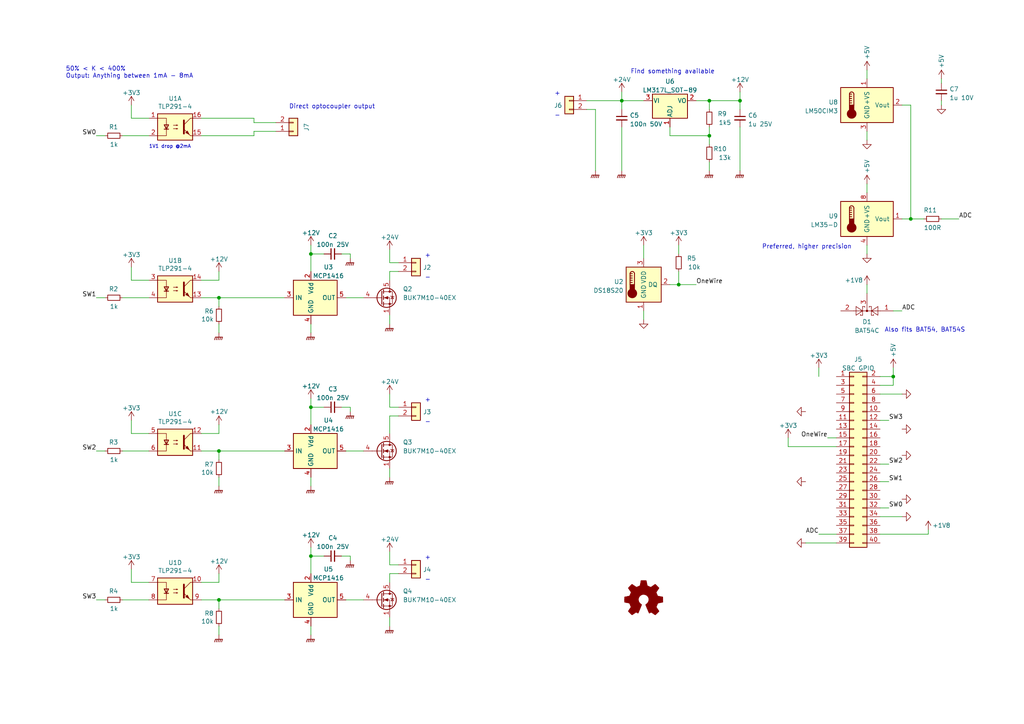
<source format=kicad_sch>
(kicad_sch (version 20211123) (generator eeschema)
  (paper "A4")
  (lib_symbols
    (symbol "Connector_Generic:Conn_01x02" (pin_names (offset 1.016) hide)
      (property "Reference" "J" (at 0 2.54 0))
      (property "Value" "Conn_01x02" (at 0 -5.08 0))
      (symbol "Conn_01x02_1_1"
        (pin passive line (at -5.08 0 0) (length 3.81) (name "Pin_1") (number "1"))
        (pin passive line (at -5.08 -2.54 0) (length 3.81) (name "Pin_2") (number "2"))
      )
    )
    (symbol "Connector_Generic:Conn_02x20_Odd_Even" (pin_names (offset 1.016) hide)
      (property "Reference" "J" (at 1.27 25.4 0))
      (property "Value" "Conn_02x20_Odd_Even" (at 1.27 -27.94 0))
      (symbol "Conn_02x20_Odd_Even_1_1"
        (pin passive line (at -5.08 22.86 0) (length 3.81) (name "Pin_1") (number "1"))
        (pin passive line (at 7.62 12.7 180) (length 3.81) (name "Pin_10") (number "10"))
        (pin passive line (at -5.08 10.16 0) (length 3.81) (name "Pin_11") (number "11"))
        (pin passive line (at 7.62 10.16 180) (length 3.81) (name "Pin_12") (number "12"))
        (pin passive line (at -5.08 7.62 0) (length 3.81) (name "Pin_13") (number "13"))
        (pin passive line (at 7.62 7.62 180) (length 3.81) (name "Pin_14") (number "14"))
        (pin passive line (at -5.08 5.08 0) (length 3.81) (name "Pin_15") (number "15"))
        (pin passive line (at 7.62 5.08 180) (length 3.81) (name "Pin_16") (number "16"))
        (pin passive line (at -5.08 2.54 0) (length 3.81) (name "Pin_17") (number "17"))
        (pin passive line (at 7.62 2.54 180) (length 3.81) (name "Pin_18") (number "18"))
        (pin passive line (at -5.08 0 0) (length 3.81) (name "Pin_19") (number "19"))
        (pin passive line (at 7.62 22.86 180) (length 3.81) (name "Pin_2") (number "2"))
        (pin passive line (at 7.62 0 180) (length 3.81) (name "Pin_20") (number "20"))
        (pin passive line (at -5.08 -2.54 0) (length 3.81) (name "Pin_21") (number "21"))
        (pin passive line (at 7.62 -2.54 180) (length 3.81) (name "Pin_22") (number "22"))
        (pin passive line (at -5.08 -5.08 0) (length 3.81) (name "Pin_23") (number "23"))
        (pin passive line (at 7.62 -5.08 180) (length 3.81) (name "Pin_24") (number "24"))
        (pin passive line (at -5.08 -7.62 0) (length 3.81) (name "Pin_25") (number "25"))
        (pin passive line (at 7.62 -7.62 180) (length 3.81) (name "Pin_26") (number "26"))
        (pin passive line (at -5.08 -10.16 0) (length 3.81) (name "Pin_27") (number "27"))
        (pin passive line (at 7.62 -10.16 180) (length 3.81) (name "Pin_28") (number "28"))
        (pin passive line (at -5.08 -12.7 0) (length 3.81) (name "Pin_29") (number "29"))
        (pin passive line (at -5.08 20.32 0) (length 3.81) (name "Pin_3") (number "3"))
        (pin passive line (at 7.62 -12.7 180) (length 3.81) (name "Pin_30") (number "30"))
        (pin passive line (at -5.08 -15.24 0) (length 3.81) (name "Pin_31") (number "31"))
        (pin passive line (at 7.62 -15.24 180) (length 3.81) (name "Pin_32") (number "32"))
        (pin passive line (at -5.08 -17.78 0) (length 3.81) (name "Pin_33") (number "33"))
        (pin passive line (at 7.62 -17.78 180) (length 3.81) (name "Pin_34") (number "34"))
        (pin passive line (at -5.08 -20.32 0) (length 3.81) (name "Pin_35") (number "35"))
        (pin passive line (at 7.62 -20.32 180) (length 3.81) (name "Pin_36") (number "36"))
        (pin passive line (at -5.08 -22.86 0) (length 3.81) (name "Pin_37") (number "37"))
        (pin passive line (at 7.62 -22.86 180) (length 3.81) (name "Pin_38") (number "38"))
        (pin passive line (at -5.08 -25.4 0) (length 3.81) (name "Pin_39") (number "39"))
        (pin passive line (at 7.62 20.32 180) (length 3.81) (name "Pin_4") (number "4"))
        (pin passive line (at 7.62 -25.4 180) (length 3.81) (name "Pin_40") (number "40"))
        (pin passive line (at -5.08 17.78 0) (length 3.81) (name "Pin_5") (number "5"))
        (pin passive line (at 7.62 17.78 180) (length 3.81) (name "Pin_6") (number "6"))
        (pin passive line (at -5.08 15.24 0) (length 3.81) (name "Pin_7") (number "7"))
        (pin passive line (at 7.62 15.24 180) (length 3.81) (name "Pin_8") (number "8"))
        (pin passive line (at -5.08 12.7 0) (length 3.81) (name "Pin_9") (number "9"))
      )
    )
    (symbol "Device:C_Small" (pin_numbers hide) (pin_names (offset 0.254) hide)
      (property "Reference" "C" (at 0.254 1.778 0))
      (property "Value" "C_Small" (at 0.254 -2.032 0))
      (symbol "C_Small_1_1"
        (pin passive line (at 0 2.54 270) (length 2.032) (name "~") (number "1"))
        (pin passive line (at 0 -2.54 90) (length 2.032) (name "~") (number "2"))
      )
    )
    (symbol "Device:R_Small" (pin_numbers hide) (pin_names (offset 0.254) hide)
      (property "Reference" "R" (at 0.762 0.508 0))
      (property "Value" "R_Small" (at 0.762 -1.016 0))
      (symbol "R_Small_1_1"
        (pin passive line (at 0 2.54 270) (length 0.762) (name "~") (number "1"))
        (pin passive line (at 0 -2.54 90) (length 0.762) (name "~") (number "2"))
      )
    )
    (symbol "Diode:BAT54C" (pin_names (offset 1.016))
      (property "Reference" "D" (at 0.635 -3.81 0))
      (property "Value" "BAT54C" (at -6.35 3.175 0))
      (symbol "BAT54C_1_1"
        (pin passive line (at -7.62 0 0) (length 3.81) (name "~") (number "1"))
        (pin passive line (at 7.62 0 180) (length 3.81) (name "~") (number "2"))
        (pin passive line (at 0 -5.08 90) (length 5.08) (name "~") (number "3"))
      )
    )
    (symbol "Driver_FET:MCP1416"
      (property "Reference" "U" (at -5.08 6.35 0))
      (property "Value" "MCP1416" (at 1.27 6.35 0))
      (symbol "MCP1416_1_1"
        (pin no_connect line (at 7.62 -2.54 180) (length 2.54) hide (name "NC") (number "1"))
        (pin power_in line (at 0 7.62 270) (length 2.54) (name "Vdd") (number "2"))
        (pin input line (at -7.62 0 0) (length 2.54) (name "IN") (number "3"))
        (pin power_in line (at 0 -7.62 90) (length 2.54) (name "GND") (number "4"))
        (pin output line (at 10.16 0 180) (length 2.54) (name "OUT") (number "5"))
      )
    )
    (symbol "Graphic:Logo_Open_Hardware_Small" (pin_names (offset 1.016)))
    (symbol "Isolator:TLP291-4"
      (property "Reference" "U" (at -5.08 5.08 0))
      (property "Value" "TLP291-4" (at 0 5.08 0))
      (symbol "TLP291-4_1_1"
        (pin passive line (at -7.62 2.54 0) (length 2.54) (name "~") (number "1"))
        (pin passive line (at 7.62 -2.54 180) (length 2.54) (name "~") (number "15"))
        (pin passive line (at 7.62 2.54 180) (length 2.54) (name "~") (number "16"))
        (pin passive line (at -7.62 -2.54 0) (length 2.54) (name "~") (number "2"))
      )
      (symbol "TLP291-4_2_1"
        (pin passive line (at 7.62 -2.54 180) (length 2.54) (name "~") (number "13"))
        (pin passive line (at 7.62 2.54 180) (length 2.54) (name "~") (number "14"))
        (pin passive line (at -7.62 2.54 0) (length 2.54) (name "~") (number "3"))
        (pin passive line (at -7.62 -2.54 0) (length 2.54) (name "~") (number "4"))
      )
      (symbol "TLP291-4_3_1"
        (pin passive line (at 7.62 -2.54 180) (length 2.54) (name "~") (number "11"))
        (pin passive line (at 7.62 2.54 180) (length 2.54) (name "~") (number "12"))
        (pin passive line (at -7.62 2.54 0) (length 2.54) (name "~") (number "5"))
        (pin passive line (at -7.62 -2.54 0) (length 2.54) (name "~") (number "6"))
      )
      (symbol "TLP291-4_4_1"
        (pin passive line (at 7.62 2.54 180) (length 2.54) (name "~") (number "10"))
        (pin passive line (at -7.62 2.54 0) (length 2.54) (name "~") (number "7"))
        (pin passive line (at -7.62 -2.54 0) (length 2.54) (name "~") (number "8"))
        (pin passive line (at 7.62 -2.54 180) (length 2.54) (name "~") (number "9"))
      )
    )
    (symbol "Regulator_Linear:LM317L_SOT-89" (pin_names (offset 0.254))
      (property "Reference" "U" (at -3.81 3.175 0))
      (property "Value" "LM317L_SOT-89" (at 0 3.175 0))
      (symbol "LM317L_SOT-89_1_1"
        (pin input line (at 0 -7.62 90) (length 2.54) (name "ADJ") (number "1"))
        (pin power_out line (at 7.62 0 180) (length 2.54) (name "VO") (number "2"))
        (pin power_in line (at -7.62 0 0) (length 2.54) (name "VI") (number "3"))
      )
    )
    (symbol "Sensor_Temperature:DS18S20" (pin_names (offset 1.016))
      (property "Reference" "U" (at -3.81 6.35 0))
      (property "Value" "DS18S20" (at 6.35 6.35 0))
      (symbol "DS18S20_1_1"
        (pin power_in line (at 0 -7.62 90) (length 2.54) (name "GND") (number "1"))
        (pin bidirectional line (at 7.62 0 180) (length 2.54) (name "DQ") (number "2"))
        (pin power_in line (at 0 7.62 270) (length 2.54) (name "VDD") (number "3"))
      )
    )
    (symbol "Sensor_Temperature:LM35-D" (pin_names (offset 1.016))
      (property "Reference" "U" (at -6.35 6.35 0))
      (property "Value" "LM35-D" (at 1.27 6.35 0))
      (symbol "LM35-D_1_1"
        (pin output line (at 10.16 0 180) (length 2.54) (name "Vout") (number "1"))
        (pin no_connect line (at -2.54 -7.62 90) (length 2.54) hide (name "NC") (number "2"))
        (pin no_connect line (at -2.54 7.62 270) (length 2.54) hide (name "NC") (number "3"))
        (pin power_in line (at 0 -7.62 90) (length 2.54) (name "GND") (number "4"))
        (pin no_connect line (at 2.54 -7.62 90) (length 2.54) hide (name "NC") (number "5"))
        (pin no_connect line (at 5.08 -7.62 90) (length 2.54) hide (name "NC") (number "6"))
        (pin no_connect line (at 10.16 2.54 180) (length 2.54) hide (name "NC") (number "7"))
        (pin power_in line (at 0 7.62 270) (length 2.54) (name "+VS") (number "8"))
      )
    )
    (symbol "Sensor_Temperature:LM35-LP" (pin_names (offset 1.016))
      (property "Reference" "U" (at -6.35 6.35 0))
      (property "Value" "LM35-LP" (at 1.27 6.35 0))
      (symbol "LM35-LP_1_1"
        (pin power_in line (at 0 7.62 270) (length 2.54) (name "+VS") (number "1"))
        (pin output line (at 10.16 0 180) (length 2.54) (name "Vout") (number "2"))
        (pin power_in line (at 0 -7.62 90) (length 2.54) (name "GND") (number "3"))
      )
    )
    (symbol "Transistor_FET:BUK7M10-40EX" (pin_names hide)
      (property "Reference" "Q" (at 5.08 1.905 0))
      (property "Value" "BUK7M10-40EX" (at 5.08 0 0))
      (symbol "BUK7M10-40EX_1_1"
        (pin passive line (at 2.54 -5.08 90) (length 2.54) (name "S") (number "1"))
        (pin passive line (at 2.54 -5.08 90) (length 2.54) hide (name "S") (number "2"))
        (pin passive line (at 2.54 -5.08 90) (length 2.54) hide (name "S") (number "3"))
        (pin passive line (at -5.08 0 0) (length 2.54) (name "G") (number "4"))
        (pin passive line (at 2.54 5.08 270) (length 2.54) (name "D") (number "5"))
      )
    )
    (symbol "power:+12V" (power) (pin_names (offset 0))
      (property "Value" "+12V" (at 0 3.556 0))
      (symbol "+12V_1_1"
        (pin power_in line (at 0 0 90) (length 0) hide (name "+12V") (number "1"))
      )
    )
    (symbol "power:+1V8" (power) (pin_names (offset 0))
      (property "Value" "+1V8" (at 0 3.556 0))
      (symbol "+1V8_1_1"
        (pin power_in line (at 0 0 90) (length 0) hide (name "+1V8") (number "1"))
      )
    )
    (symbol "power:+24V" (power) (pin_names (offset 0))
      (property "Value" "+24V" (at 0 3.556 0))
      (symbol "+24V_1_1"
        (pin power_in line (at 0 0 90) (length 0) hide (name "+24V") (number "1"))
      )
    )
    (symbol "power:+3V3" (power) (pin_names (offset 0))
      (property "Value" "+3V3" (at 0 3.556 0))
      (symbol "+3V3_1_1"
        (pin power_in line (at 0 0 90) (length 0) hide (name "+3V3") (number "1"))
      )
    )
    (symbol "power:+5V" (power) (pin_names (offset 0))
      (property "Value" "+5V" (at 0 3.556 0))
      (symbol "+5V_1_1"
        (pin power_in line (at 0 0 90) (length 0) hide (name "+5V") (number "1"))
      )
    )
    (symbol "power:GND" (power) (pin_names (offset 0))
      (property "Value" "GND" (at 0 -3.81 0))
      (symbol "GND_1_1"
        (pin power_in line (at 0 0 270) (length 0) hide (name "GND") (number "1"))
      )
    )
    (symbol "power:GNDPWR" (power) (pin_names (offset 0))
      (property "Value" "GNDPWR" (at 0 -3.302 0))
      (symbol "GNDPWR_1_1"
        (pin power_in line (at 0 0 270) (length 0) hide (name "GNDPWR") (number "1"))
      )
    )
  )
  (junction (at 205.74 29.21))
  (junction (at 214.63 29.21))
  (junction (at 196.85 82.55))
  (junction (at 90.17 73.66))
  (junction (at 180.34 29.21))
  (junction (at 63.5 130.81))
  (junction (at 90.17 118.11))
  (junction (at 90.17 161.29))
  (junction (at 63.5 86.36))
  (junction (at 63.5 173.99))
  (junction (at 259.08 109.22))
  (junction (at 205.74 39.37))
  (junction (at 264.16 63.5))
  (wire (pts (xy 90.17 93.98) (xy 90.17 96.52)))
  (wire (pts (xy 63.5 86.36) (xy 82.55 86.36)))
  (wire (pts (xy 115.57 76.2) (xy 113.03 76.2)))
  (wire (pts (xy 101.6 74.93) (xy 101.6 73.66)))
  (wire (pts (xy 99.06 73.66) (xy 101.6 73.66)))
  (wire (pts (xy 43.18 168.91) (xy 38.1 168.91)))
  (wire (pts (xy 255.27 149.86) (xy 261.62 149.86)))
  (wire (pts (xy 90.17 158.75) (xy 90.17 161.29)))
  (wire (pts (xy 196.85 78.74) (xy 196.85 82.55)))
  (wire (pts (xy 255.27 154.94) (xy 269.24 154.94)))
  (wire (pts (xy 214.63 29.21) (xy 214.63 31.75)))
  (wire (pts (xy 63.5 138.43) (xy 63.5 140.97)))
  (wire (pts (xy 113.03 114.3) (xy 113.03 118.11)))
  (wire (pts (xy 228.6 129.54) (xy 242.57 129.54)))
  (wire (pts (xy 255.27 109.22) (xy 259.08 109.22)))
  (wire (pts (xy 113.03 166.37) (xy 115.57 166.37)))
  (wire (pts (xy 261.62 63.5) (xy 264.16 63.5)))
  (wire (pts (xy 180.34 29.21) (xy 180.34 31.75)))
  (wire (pts (xy 170.18 29.21) (xy 180.34 29.21)))
  (wire (pts (xy 194.31 36.83) (xy 194.31 39.37)))
  (wire (pts (xy 90.17 181.61) (xy 90.17 184.15)))
  (wire (pts (xy 273.05 63.5) (xy 278.13 63.5)))
  (wire (pts (xy 63.5 88.9) (xy 63.5 86.36)))
  (wire (pts (xy 237.49 154.94) (xy 242.57 154.94)))
  (wire (pts (xy 113.03 166.37) (xy 113.03 168.91)))
  (wire (pts (xy 196.85 82.55) (xy 201.93 82.55)))
  (wire (pts (xy 170.18 31.75) (xy 172.72 31.75)))
  (wire (pts (xy 43.18 34.29) (xy 38.1 34.29)))
  (wire (pts (xy 259.08 90.17) (xy 261.62 90.17)))
  (wire (pts (xy 255.27 114.3) (xy 261.62 114.3)))
  (wire (pts (xy 58.42 39.37) (xy 73.66 39.37)))
  (wire (pts (xy 205.74 39.37) (xy 205.74 41.91)))
  (wire (pts (xy 113.03 72.39) (xy 113.03 76.2)))
  (wire (pts (xy 242.57 157.48) (xy 233.68 157.48)))
  (wire (pts (xy 30.48 130.81) (xy 27.94 130.81)))
  (wire (pts (xy 63.5 123.19) (xy 63.5 125.73)))
  (wire (pts (xy 205.74 36.83) (xy 205.74 39.37)))
  (wire (pts (xy 90.17 161.29) (xy 93.98 161.29)))
  (wire (pts (xy 101.6 119.38) (xy 101.6 118.11)))
  (wire (pts (xy 186.69 71.12) (xy 186.69 74.93)))
  (wire (pts (xy 101.6 162.56) (xy 101.6 161.29)))
  (wire (pts (xy 90.17 138.43) (xy 90.17 140.97)))
  (wire (pts (xy 43.18 81.28) (xy 38.1 81.28)))
  (wire (pts (xy 90.17 161.29) (xy 90.17 166.37)))
  (wire (pts (xy 63.5 78.74) (xy 63.5 81.28)))
  (wire (pts (xy 38.1 81.28) (xy 38.1 77.47)))
  (wire (pts (xy 58.42 125.73) (xy 63.5 125.73)))
  (wire (pts (xy 255.27 111.76) (xy 259.08 111.76)))
  (wire (pts (xy 113.03 120.65) (xy 113.03 125.73)))
  (wire (pts (xy 196.85 71.12) (xy 196.85 73.66)))
  (wire (pts (xy 255.27 147.32) (xy 257.81 147.32)))
  (wire (pts (xy 63.5 173.99) (xy 82.55 173.99)))
  (wire (pts (xy 113.03 120.65) (xy 115.57 120.65)))
  (wire (pts (xy 80.01 38.1) (xy 73.66 38.1)))
  (wire (pts (xy 99.06 161.29) (xy 101.6 161.29)))
  (wire (pts (xy 264.16 63.5) (xy 267.97 63.5)))
  (wire (pts (xy 113.03 135.89) (xy 113.03 138.43)))
  (wire (pts (xy 115.57 118.11) (xy 113.03 118.11)))
  (wire (pts (xy 35.56 86.36) (xy 43.18 86.36)))
  (wire (pts (xy 259.08 106.68) (xy 259.08 109.22)))
  (wire (pts (xy 63.5 133.35) (xy 63.5 130.81)))
  (wire (pts (xy 43.18 125.73) (xy 38.1 125.73)))
  (wire (pts (xy 90.17 73.66) (xy 90.17 78.74)))
  (wire (pts (xy 255.27 139.7) (xy 257.81 139.7)))
  (wire (pts (xy 30.48 173.99) (xy 27.94 173.99)))
  (wire (pts (xy 259.08 111.76) (xy 259.08 109.22)))
  (wire (pts (xy 73.66 38.1) (xy 73.66 39.37)))
  (wire (pts (xy 180.34 29.21) (xy 180.34 26.67)))
  (wire (pts (xy 261.62 30.48) (xy 264.16 30.48)))
  (wire (pts (xy 30.48 39.37) (xy 27.94 39.37)))
  (wire (pts (xy 35.56 130.81) (xy 43.18 130.81)))
  (wire (pts (xy 186.69 29.21) (xy 180.34 29.21)))
  (wire (pts (xy 90.17 115.57) (xy 90.17 118.11)))
  (wire (pts (xy 214.63 26.67) (xy 214.63 29.21)))
  (wire (pts (xy 63.5 93.98) (xy 63.5 96.52)))
  (wire (pts (xy 194.31 82.55) (xy 196.85 82.55)))
  (wire (pts (xy 58.42 34.29) (xy 73.66 34.29)))
  (wire (pts (xy 90.17 71.12) (xy 90.17 73.66)))
  (wire (pts (xy 194.31 39.37) (xy 205.74 39.37)))
  (wire (pts (xy 90.17 73.66) (xy 93.98 73.66)))
  (wire (pts (xy 201.93 29.21) (xy 205.74 29.21)))
  (wire (pts (xy 99.06 118.11) (xy 101.6 118.11)))
  (wire (pts (xy 58.42 81.28) (xy 63.5 81.28)))
  (wire (pts (xy 30.48 86.36) (xy 27.94 86.36)))
  (wire (pts (xy 63.5 166.37) (xy 63.5 168.91)))
  (wire (pts (xy 105.41 173.99) (xy 100.33 173.99)))
  (wire (pts (xy 58.42 86.36) (xy 63.5 86.36)))
  (wire (pts (xy 63.5 130.81) (xy 82.55 130.81)))
  (wire (pts (xy 251.46 71.12) (xy 251.46 73.66)))
  (wire (pts (xy 251.46 20.32) (xy 251.46 22.86)))
  (wire (pts (xy 38.1 125.73) (xy 38.1 121.92)))
  (wire (pts (xy 180.34 36.83) (xy 180.34 49.53)))
  (wire (pts (xy 58.42 168.91) (xy 63.5 168.91)))
  (wire (pts (xy 73.66 35.56) (xy 73.66 34.29)))
  (wire (pts (xy 105.41 130.81) (xy 100.33 130.81)))
  (wire (pts (xy 90.17 118.11) (xy 93.98 118.11)))
  (wire (pts (xy 105.41 86.36) (xy 100.33 86.36)))
  (wire (pts (xy 113.03 160.02) (xy 113.03 163.83)))
  (wire (pts (xy 113.03 78.74) (xy 113.03 81.28)))
  (wire (pts (xy 251.46 38.1) (xy 251.46 40.64)))
  (wire (pts (xy 251.46 82.55) (xy 251.46 85.09)))
  (wire (pts (xy 115.57 163.83) (xy 113.03 163.83)))
  (wire (pts (xy 38.1 34.29) (xy 38.1 30.48)))
  (wire (pts (xy 255.27 121.92) (xy 257.81 121.92)))
  (wire (pts (xy 35.56 39.37) (xy 43.18 39.37)))
  (wire (pts (xy 273.05 30.48) (xy 273.05 29.21)))
  (wire (pts (xy 237.49 109.22) (xy 237.49 106.68)))
  (wire (pts (xy 35.56 173.99) (xy 43.18 173.99)))
  (wire (pts (xy 63.5 176.53) (xy 63.5 173.99)))
  (wire (pts (xy 205.74 29.21) (xy 214.63 29.21)))
  (wire (pts (xy 255.27 134.62) (xy 257.81 134.62)))
  (wire (pts (xy 251.46 53.34) (xy 251.46 55.88)))
  (wire (pts (xy 186.69 90.17) (xy 186.69 92.71)))
  (wire (pts (xy 273.05 24.13) (xy 273.05 22.86)))
  (wire (pts (xy 80.01 35.56) (xy 73.66 35.56)))
  (wire (pts (xy 205.74 46.99) (xy 205.74 49.53)))
  (wire (pts (xy 38.1 168.91) (xy 38.1 165.1)))
  (wire (pts (xy 113.03 91.44) (xy 113.03 93.98)))
  (wire (pts (xy 58.42 130.81) (xy 63.5 130.81)))
  (wire (pts (xy 113.03 78.74) (xy 115.57 78.74)))
  (wire (pts (xy 113.03 179.07) (xy 113.03 181.61)))
  (wire (pts (xy 90.17 118.11) (xy 90.17 123.19)))
  (wire (pts (xy 58.42 173.99) (xy 63.5 173.99)))
  (wire (pts (xy 228.6 129.54) (xy 228.6 127)))
  (wire (pts (xy 172.72 49.53) (xy 172.72 31.75)))
  (wire (pts (xy 269.24 154.94) (xy 269.24 153.67)))
  (wire (pts (xy 240.03 127) (xy 242.57 127)))
  (wire (pts (xy 214.63 36.83) (xy 214.63 49.53)))
  (wire (pts (xy 205.74 29.21) (xy 205.74 31.75)))
  (wire (pts (xy 264.16 30.48) (xy 264.16 63.5)))
  (wire (pts (xy 63.5 181.61) (xy 63.5 184.15)))
  (image (at 330.2 135.89))
  (text "-" (at 123.19 168.91 0) (effects (font (size 1.27 1.27)) (justify left bottom)))
  (text "+" (at 162.56 27.94 180) (effects (font (size 1.27 1.27)) (justify right bottom)))
  (text "Direct optocoupler output" (at 83.82 31.75 0) (effects (font (size 1.27 1.27)) (justify left bottom)))
  (text "Also fits BAT54, BAT54S" (at 256.54 96.52 0) (effects (font (size 1.27 1.27)) (justify left bottom)))
  (text "Find something available" (at 182.88 21.59 0) (effects (font (size 1.27 1.27)) (justify left bottom)))
  (text "-" (at 123.19 81.28 0) (effects (font (size 1.27 1.27)) (justify left bottom)))
  (text "-" (at 162.56 34.29 180) (effects (font (size 1.27 1.27)) (justify right bottom)))
  (text "1V1 drop @2mA" (at 43.18 43.18 0) (effects (font (size 1 1)) (justify left bottom)))
  (text "+" (at 123.19 74.93 0) (effects (font (size 1.27 1.27)) (justify left bottom)))
  (text "Preferred, higher precision" (at 220.98 72.39 0) (effects (font (size 1.27 1.27)) (justify left bottom)))
  (text "+" (at 123.19 162.56 0) (effects (font (size 1.27 1.27)) (justify left bottom)))
  (text "-" (at 123.19 123.19 0) (effects (font (size 1.27 1.27)) (justify left bottom)))
  (text "50% < K < 400%\nOutput: Anything between 1mA - 8mA" (at 19.05 22.86 0) (effects (font (size 1.27 1.27)) (justify left bottom)))
  (text "+" (at 123.19 116.84 0) (effects (font (size 1.27 1.27)) (justify left bottom)))
  (label "SW2" (at 27.94 130.81 180))
  (label "SW3" (at 257.81 121.92 0))
  (label "SW2" (at 257.81 134.62 0))
  (label "OneWire" (at 201.93 82.55 0))
  (label "SW1" (at 27.94 86.36 180))
  (label "OneWire" (at 240.03 127 180))
  (label "ADC" (at 278.13 63.5 0))
  (label "SW3" (at 27.94 173.99 180))
  (label "SW1" (at 257.81 139.7 0))
  (label "SW0" (at 27.94 39.37 180))
  (label "SW0" (at 257.81 147.32 0))
  (label "ADC" (at 261.62 90.17 0))
  (label "ADC" (at 237.49 154.94 180))
  (symbol (lib_id "Driver_FET:MCP1416") (at 90.17 86.36 0) (unit 1)
    (property "Reference" "U3" (at 95.25 77.47 0))
    (property "Value" "MCP1416" (at 95.25 80.01 0))
    (property "Footprint" "Package_TO_SOT_SMD:SOT-23-5" (effects hide))
    (property "Datasheet" "http://ww1.microchip.com/downloads/en/DeviceDoc/20002092F.pdf" (effects hide))
  )
  (symbol (lib_id "Driver_FET:MCP1416") (at 90.17 173.99 0) (unit 1)
    (property "Reference" "U5" (at 95.25 165.1 0))
    (property "Value" "MCP1416" (at 95.25 167.64 0))
    (property "Footprint" "Package_TO_SOT_SMD:SOT-23-5" (effects hide))
    (property "Datasheet" "http://ww1.microchip.com/downloads/en/DeviceDoc/20002092F.pdf" (effects hide))
  )
  (symbol (lib_id "Isolator:TLP291-4") (at 50.8 83.82 0) (unit 2)
    (property "Reference" "U1" (at 50.8 75.565 0))
    (property "Value" "TLP291-4" (at 50.8 77.8764 0))
    (property "Footprint" "Package_SO:SOIC-16_4.55x10.3mm_P1.27mm" (effects hide))
    (property "Datasheet" "https://toshiba.semicon-storage.com/info/docget.jsp?did=12858&prodName=TLP291-4" (effects hide))
  )
  (symbol (lib_id "power:+12V") (at 90.17 158.75 0) (unit 1)
    (property "Reference" "#PWR0131" (effects hide))
    (property "Value" "+12V" (at 90.17 155.1742 0))
  )
  (symbol (lib_id "power:GND") (at 261.62 124.46 90) (unit 1)
    (property "Reference" "#PWR014" (effects hide))
    (property "Value" "GND" (effects hide))
  )
  (symbol (lib_id "power:GND") (at 261.62 149.86 90) (unit 1)
    (property "Reference" "#PWR017" (effects hide))
    (property "Value" "GND" (effects hide))
  )
  (symbol (lib_id "power:+5V") (at 259.08 106.68 0) (mirror y) (unit 1)
    (property "Reference" "#PWR0105" (effects hide))
    (property "Value" "+5V" (at 259.08 101.6 90))
  )
  (symbol (lib_id "Device:C_Small") (at 214.63 34.29 0) (unit 1)
    (property "Reference" "C6" (at 216.9541 33.4616 0) (effects (justify left)))
    (property "Value" "1u 25V" (at 216.9541 35.9985 0) (effects (justify left)))
    (property "Footprint" "Capacitor_SMD:C_0603_1608Metric" (effects hide))
  )
  (symbol (lib_id "Device:R_Small") (at 63.5 91.44 0) (mirror y) (unit 1)
    (property "Reference" "R6" (at 62.0014 90.2716 0) (effects (justify left)))
    (property "Value" "10k" (at 62.0014 92.583 0) (effects (justify left)))
    (property "Footprint" "Resistor_SMD:R_0603_1608Metric" (effects hide))
  )
  (symbol (lib_id "power:GND") (at 233.68 139.7 270) (unit 1)
    (property "Reference" "#PWR09" (effects hide))
    (property "Value" "GND" (effects hide))
  )
  (symbol (lib_id "Device:R_Small") (at 205.74 34.29 180) (unit 1)
    (property "Reference" "R9" (at 210.82 33.02 0) (effects (justify left)))
    (property "Value" "1k5" (at 212.09 35.56 0) (effects (justify left)))
    (property "Footprint" "Resistor_SMD:R_0603_1608Metric" (effects hide))
  )
  (symbol (lib_id "Connector_Generic:Conn_01x02") (at 120.65 163.83 0) (unit 1)
    (property "Reference" "J4" (at 122.682 165.2016 0) (effects (justify left)))
    (property "Value" "Conn_01x02" (effects hide))
    (property "Footprint" "TerminalBlock:TerminalBlock_Altech_AK300-2_P5.00mm" (effects hide))
  )
  (symbol (lib_id "Device:R_Small") (at 205.74 44.45 180) (unit 1)
    (property "Reference" "R10" (at 210.82 43.18 0) (effects (justify left)))
    (property "Value" "13k" (at 212.09 45.72 0) (effects (justify left)))
    (property "Footprint" "Resistor_SMD:R_0603_1608Metric" (effects hide))
  )
  (symbol (lib_id "power:+12V") (at 63.5 123.19 0) (unit 1)
    (property "Reference" "#PWR0119" (effects hide))
    (property "Value" "+12V" (at 63.5 119.38 0))
  )
  (symbol (lib_id "power:GND") (at 233.68 157.48 270) (unit 1)
    (property "Reference" "#PWR010" (effects hide))
    (property "Value" "GND" (effects hide))
  )
  (symbol (lib_id "Device:R_Small") (at 33.02 130.81 90) (unit 1)
    (property "Reference" "R3" (at 34.29 128.27 90) (effects (justify left)))
    (property "Value" "1k" (at 34.29 133.35 90) (effects (justify left)))
    (property "Footprint" "Resistor_SMD:R_0603_1608Metric" (effects hide))
  )
  (symbol (lib_id "Device:C_Small") (at 180.34 34.29 0) (unit 1)
    (property "Reference" "C5" (at 182.6641 33.4616 0) (effects (justify left)))
    (property "Value" "100n 50V" (at 182.6641 35.9985 0) (effects (justify left)))
    (property "Footprint" "Capacitor_SMD:C_0603_1608Metric" (effects hide))
  )
  (symbol (lib_id "power:GNDPWR") (at 90.17 140.97 0) (unit 1)
    (property "Reference" "#PWR0128" (effects hide))
    (property "Value" "GNDPWR" (effects hide))
  )
  (symbol (lib_id "power:GNDPWR") (at 63.5 96.52 0) (unit 1)
    (property "Reference" "#PWR0123" (effects hide))
    (property "Value" "GNDPWR" (effects hide))
  )
  (symbol (lib_id "power:+3V3") (at 38.1 77.47 0) (unit 1)
    (property "Reference" "#PWR03" (effects hide))
    (property "Value" "+3V3" (at 38.1 73.8942 0))
  )
  (symbol (lib_id "power:+5V") (at 251.46 53.34 0) (unit 1)
    (property "Reference" "#PWR0147" (effects hide))
    (property "Value" "+5V" (at 251.46 48.26 90))
  )
  (symbol (lib_id "Sensor_Temperature:DS18S20") (at 186.69 82.55 0) (unit 1)
    (property "Reference" "U2" (at 180.8481 81.7153 0) (effects (justify right)))
    (property "Value" "DS18S20" (at 180.8481 84.2522 0) (effects (justify right)))
    (property "Footprint" "Package_TO_SOT_THT:TO-92_Inline" (effects hide))
    (property "Datasheet" "http://datasheets.maximintegrated.com/en/ds/DS18S20.pdf" (effects hide))
  )
  (symbol (lib_id "power:+3V3") (at 228.6 127 0) (unit 1)
    (property "Reference" "#PWR012" (effects hide))
    (property "Value" "+3V3" (at 228.6 123.4242 0))
  )
  (symbol (lib_id "power:+12V") (at 63.5 78.74 0) (unit 1)
    (property "Reference" "#PWR0120" (effects hide))
    (property "Value" "+12V" (at 63.5 75.1642 0))
  )
  (symbol (lib_id "power:GNDPWR") (at 101.6 74.93 0) (unit 1)
    (property "Reference" "#PWR0138" (effects hide))
    (property "Value" "GNDPWR" (effects hide))
  )
  (symbol (lib_id "Sensor_Temperature:LM35-LP") (at 251.46 30.48 0) (unit 1)
    (property "Reference" "U8" (at 243.078 29.6453 0) (effects (justify right)))
    (property "Value" "LM50CIM3" (at 243.078 32.1822 0) (effects (justify right)))
    (property "Footprint" "Package_TO_SOT_SMD:SOT-23" (effects hide))
    (property "Datasheet" "http://www.ti.com/lit/ds/symlink/lm35.pdf" (effects hide))
  )
  (symbol (lib_id "power:GNDPWR") (at 113.03 181.61 0) (unit 1)
    (property "Reference" "#PWR0132" (effects hide))
    (property "Value" "GNDPWR" (effects hide))
  )
  (symbol (lib_id "power:+24V") (at 113.03 72.39 0) (unit 1)
    (property "Reference" "#PWR0136" (effects hide))
    (property "Value" "+24V" (at 113.03 68.8142 0))
  )
  (symbol (lib_id "power:GNDPWR") (at 63.5 140.97 0) (unit 1)
    (property "Reference" "#PWR0129" (effects hide))
    (property "Value" "GNDPWR" (effects hide))
  )
  (symbol (lib_id "power:GNDPWR") (at 180.34 49.53 0) (unit 1)
    (property "Reference" "#PWR0143" (effects hide))
    (property "Value" "GNDPWR" (effects hide))
  )
  (symbol (lib_id "power:+12V") (at 90.17 71.12 0) (unit 1)
    (property "Reference" "#PWR0121" (effects hide))
    (property "Value" "+12V" (at 90.17 67.5442 0))
  )
  (symbol (lib_id "power:+5V") (at 251.46 20.32 0) (unit 1)
    (property "Reference" "#PWR0144" (effects hide))
    (property "Value" "+5V" (at 251.46 15.24 90))
  )
  (symbol (lib_id "Device:R_Small") (at 33.02 39.37 90) (unit 1)
    (property "Reference" "R1" (at 34.29 36.83 90) (effects (justify left)))
    (property "Value" "1k" (at 34.29 41.91 90) (effects (justify left)))
    (property "Footprint" "Resistor_SMD:R_0603_1608Metric" (effects hide))
  )
  (symbol (lib_id "power:+3V3") (at 38.1 121.92 0) (unit 1)
    (property "Reference" "#PWR04" (effects hide))
    (property "Value" "+3V3" (at 38.1 118.3442 0))
  )
  (symbol (lib_id "power:GNDPWR") (at 113.03 93.98 0) (unit 1)
    (property "Reference" "#PWR0135" (effects hide))
    (property "Value" "GNDPWR" (effects hide))
  )
  (symbol (lib_id "Connector_Generic:Conn_02x20_Odd_Even") (at 247.65 132.08 0) (unit 1)
    (property "Reference" "J5" (at 248.92 104.2502 0))
    (property "Value" "SBC GPIO" (at 248.92 106.7871 0))
    (property "Footprint" "Connector_PinSocket_2.54mm:PinSocket_2x20_P2.54mm_Vertical" (effects hide))
  )
  (symbol (lib_id "power:+3V3") (at 186.69 71.12 0) (unit 1)
    (property "Reference" "#PWR0102" (effects hide))
    (property "Value" "+3V3" (at 186.69 67.5442 0))
  )
  (symbol (lib_id "Device:R_Small") (at 33.02 86.36 90) (unit 1)
    (property "Reference" "R2" (at 34.29 83.82 90) (effects (justify left)))
    (property "Value" "1k" (at 34.29 88.9 90) (effects (justify left)))
    (property "Footprint" "Resistor_SMD:R_0603_1608Metric" (effects hide))
  )
  (symbol (lib_id "power:GNDPWR") (at 205.74 49.53 0) (unit 1)
    (property "Reference" "#PWR0139" (effects hide))
    (property "Value" "GNDPWR" (effects hide))
  )
  (symbol (lib_id "power:GNDPWR") (at 63.5 184.15 0) (unit 1)
    (property "Reference" "#PWR0107" (effects hide))
    (property "Value" "GNDPWR" (effects hide))
  )
  (symbol (lib_id "Device:R_Small") (at 63.5 135.89 0) (mirror y) (unit 1)
    (property "Reference" "R7" (at 62.0014 134.7216 0) (effects (justify left)))
    (property "Value" "10k" (at 62.0014 137.033 0) (effects (justify left)))
    (property "Footprint" "Resistor_SMD:R_0603_1608Metric" (effects hide))
  )
  (symbol (lib_id "power:GND") (at 233.68 119.38 270) (unit 1)
    (property "Reference" "#PWR08" (effects hide))
    (property "Value" "GND" (effects hide))
  )
  (symbol (lib_id "power:GNDPWR") (at 90.17 184.15 0) (unit 1)
    (property "Reference" "#PWR0106" (effects hide))
    (property "Value" "GNDPWR" (effects hide))
  )
  (symbol (lib_id "power:+3V3") (at 38.1 165.1 0) (unit 1)
    (property "Reference" "#PWR05" (effects hide))
    (property "Value" "+3V3" (at 38.1 161.5242 0))
  )
  (symbol (lib_id "power:GNDPWR") (at 113.03 138.43 0) (unit 1)
    (property "Reference" "#PWR0125" (effects hide))
    (property "Value" "GNDPWR" (effects hide))
  )
  (symbol (lib_id "power:GNDPWR") (at 101.6 162.56 0) (unit 1)
    (property "Reference" "#PWR0126" (effects hide))
    (property "Value" "GNDPWR" (effects hide))
  )
  (symbol (lib_id "Transistor_FET:BUK7M10-40EX") (at 110.49 130.81 0) (unit 1)
    (property "Reference" "Q3" (at 116.84 128.27 0) (effects (justify left)))
    (property "Value" "BUK7M10-40EX" (at 116.84 130.81 0) (effects (justify left)))
    (property "Footprint" "Package_TO_SOT_SMD:LFPAK33" (effects hide))
    (property "Datasheet" "https://assets.nexperia.com/documents/data-sheet/BUK7M10-40E.pdf" (effects hide))
  )
  (symbol (lib_id "Connector_Generic:Conn_01x02") (at 85.09 38.1 0) (mirror x) (unit 1)
    (property "Reference" "J7" (at 88.9 38.1 90) (effects (justify right)))
    (property "Value" "Conn_01x02" (effects hide))
    (property "Footprint" "Connector_PinHeader_2.54mm:PinHeader_1x02_P2.54mm_Horizontal" (effects hide))
  )
  (symbol (lib_id "power:+3V3") (at 38.1 30.48 0) (unit 1)
    (property "Reference" "#PWR02" (effects hide))
    (property "Value" "+3V3" (at 38.1 26.9042 0))
  )
  (symbol (lib_id "power:GND") (at 186.69 92.71 0) (unit 1)
    (property "Reference" "#PWR0104" (effects hide))
    (property "Value" "GND" (effects hide))
  )
  (symbol (lib_id "power:GNDPWR") (at 172.72 49.53 0) (unit 1)
    (property "Reference" "#PWR01" (effects hide))
    (property "Value" "GNDPWR" (effects hide))
  )
  (symbol (lib_id "Sensor_Temperature:LM35-D") (at 251.46 63.5 0) (unit 1)
    (property "Reference" "U9" (at 243.078 62.6653 0) (effects (justify right)))
    (property "Value" "LM35-D" (at 243.078 65.2022 0) (effects (justify right)))
    (property "Footprint" "Package_SO:SOIC-8_3.9x4.9mm_P1.27mm" (effects hide))
    (property "Datasheet" "http://www.ti.com/lit/ds/symlink/lm35.pdf" (effects hide))
  )
  (symbol (lib_id "power:+24V") (at 180.34 26.67 0) (unit 1)
    (property "Reference" "#PWR0142" (effects hide))
    (property "Value" "+24V" (at 180.34 23.0942 0))
  )
  (symbol (lib_id "Device:R_Small") (at 196.85 76.2 180) (unit 1)
    (property "Reference" "R5" (at 201.93 74.93 0) (effects (justify left)))
    (property "Value" "10k" (at 203.2 77.47 0) (effects (justify left)))
    (property "Footprint" "Resistor_SMD:R_0603_1608Metric" (effects hide))
  )
  (symbol (lib_id "Isolator:TLP291-4") (at 50.8 128.27 0) (unit 3)
    (property "Reference" "U1" (at 50.8 120.015 0))
    (property "Value" "TLP291-4" (at 50.8 122.3264 0))
    (property "Footprint" "Package_SO:SOIC-16_4.55x10.3mm_P1.27mm" (effects hide))
    (property "Datasheet" "https://toshiba.semicon-storage.com/info/docget.jsp?did=12858&prodName=TLP291-4" (effects hide))
  )
  (symbol (lib_id "Isolator:TLP291-4") (at 50.8 171.45 0) (unit 4)
    (property "Reference" "U1" (at 50.8 163.195 0))
    (property "Value" "TLP291-4" (at 50.8 165.5064 0))
    (property "Footprint" "Package_SO:SOIC-16_4.55x10.3mm_P1.27mm" (effects hide))
    (property "Datasheet" "https://toshiba.semicon-storage.com/info/docget.jsp?did=12858&prodName=TLP291-4" (effects hide))
  )
  (symbol (lib_id "power:+1V8") (at 269.24 153.67 0) (mirror y) (unit 1)
    (property "Reference" "#PWR0103" (effects hide))
    (property "Value" "+1V8" (at 273.05 152.4 0))
  )
  (symbol (lib_id "Transistor_FET:BUK7M10-40EX") (at 110.49 173.99 0) (unit 1)
    (property "Reference" "Q4" (at 116.84 171.45 0) (effects (justify left)))
    (property "Value" "BUK7M10-40EX" (at 116.84 173.99 0) (effects (justify left)))
    (property "Footprint" "Package_TO_SOT_SMD:LFPAK33" (effects hide))
    (property "Datasheet" "https://assets.nexperia.com/documents/data-sheet/BUK7M10-40E.pdf" (effects hide))
  )
  (symbol (lib_id "Device:C_Small") (at 96.52 73.66 90) (unit 1)
    (property "Reference" "C2" (at 96.5263 68.3981 90))
    (property "Value" "100n 25V" (at 96.5263 70.935 90))
    (property "Footprint" "Capacitor_SMD:C_0603_1608Metric" (effects hide))
  )
  (symbol (lib_id "power:GND") (at 261.62 144.78 90) (unit 1)
    (property "Reference" "#PWR016" (effects hide))
    (property "Value" "GND" (effects hide))
  )
  (symbol (lib_id "Device:C_Small") (at 96.52 118.11 90) (unit 1)
    (property "Reference" "C3" (at 96.5263 112.8481 90))
    (property "Value" "100n 25V" (at 96.5263 115.385 90))
    (property "Footprint" "Capacitor_SMD:C_0603_1608Metric" (effects hide))
  )
  (symbol (lib_id "power:+5V") (at 273.05 22.86 0) (unit 1)
    (property "Reference" "#PWR0150" (effects hide))
    (property "Value" "+5V" (at 273.05 17.78 90))
  )
  (symbol (lib_id "power:+12V") (at 214.63 26.67 0) (unit 1)
    (property "Reference" "#PWR0141" (effects hide))
    (property "Value" "+12V" (at 214.63 23.0942 0))
  )
  (symbol (lib_id "power:GND") (at 261.62 114.3 90) (unit 1)
    (property "Reference" "#PWR013" (effects hide))
    (property "Value" "GND" (effects hide))
  )
  (symbol (lib_id "power:+12V") (at 63.5 166.37 0) (unit 1)
    (property "Reference" "#PWR0130" (effects hide))
    (property "Value" "+12V" (at 63.5 162.7942 0))
  )
  (symbol (lib_id "power:GNDPWR") (at 101.6 119.38 0) (unit 1)
    (property "Reference" "#PWR0127" (effects hide))
    (property "Value" "GNDPWR" (effects hide))
  )
  (symbol (lib_id "power:GNDPWR") (at 90.17 96.52 0) (unit 1)
    (property "Reference" "#PWR0122" (effects hide))
    (property "Value" "GNDPWR" (effects hide))
  )
  (symbol (lib_id "power:+1V8") (at 251.46 82.55 0) (unit 1)
    (property "Reference" "#PWR0145" (effects hide))
    (property "Value" "+1V8" (at 247.65 81.28 0))
  )
  (symbol (lib_id "Diode:BAT54C") (at 251.46 90.17 180) (unit 1)
    (property "Reference" "D1" (at 251.46 93.3434 0))
    (property "Value" "BAT54C" (at 251.46 95.8803 0))
    (property "Footprint" "Package_TO_SOT_SMD:SOT-23" (effects hide))
    (property "Datasheet" "http://www.diodes.com/_files/datasheets/ds11005.pdf" (effects hide))
  )
  (symbol (lib_id "Connector_Generic:Conn_01x02") (at 120.65 118.11 0) (unit 1)
    (property "Reference" "J3" (at 122.682 119.4816 0) (effects (justify left)))
    (property "Value" "Conn_01x02" (effects hide))
    (property "Footprint" "TerminalBlock:TerminalBlock_Altech_AK300-2_P5.00mm" (effects hide))
  )
  (symbol (lib_id "power:+3V3") (at 196.85 71.12 0) (unit 1)
    (property "Reference" "#PWR0101" (effects hide))
    (property "Value" "+3V3" (at 196.85 67.5442 0))
  )
  (symbol (lib_id "Connector_Generic:Conn_01x02") (at 165.1 29.21 0) (mirror y) (unit 1)
    (property "Reference" "J6" (at 163.068 30.5816 0) (effects (justify left)))
    (property "Value" "Conn_01x02" (effects hide))
    (property "Footprint" "TerminalBlock:TerminalBlock_Altech_AK300-2_P5.00mm" (effects hide))
  )
  (symbol (lib_id "power:GND") (at 273.05 30.48 0) (unit 1)
    (property "Reference" "#PWR0149" (effects hide))
    (property "Value" "GND" (effects hide))
  )
  (symbol (lib_id "Regulator_Linear:LM317L_SOT-89") (at 194.31 29.21 0) (unit 1)
    (property "Reference" "U6" (at 194.31 23.6052 0))
    (property "Value" "LM317L_SOT-89" (at 194.31 26.1421 0))
    (property "Footprint" "Package_TO_SOT_SMD:SOT-89-3" (effects hide))
    (property "Datasheet" "http://www.ti.com/lit/ds/symlink/lm317l.pdf" (effects hide))
  )
  (symbol (lib_id "power:+24V") (at 113.03 160.02 0) (unit 1)
    (property "Reference" "#PWR07" (effects hide))
    (property "Value" "+24V" (at 113.03 156.4442 0))
  )
  (symbol (lib_id "power:GND") (at 251.46 73.66 0) (unit 1)
    (property "Reference" "#PWR0146" (effects hide))
    (property "Value" "GND" (effects hide))
  )
  (symbol (lib_id "power:+3V3") (at 237.49 106.68 0) (unit 1)
    (property "Reference" "#PWR011" (effects hide))
    (property "Value" "+3V3" (at 237.49 103.1042 0))
  )
  (symbol (lib_id "power:GNDPWR") (at 214.63 49.53 0) (unit 1)
    (property "Reference" "#PWR0140" (effects hide))
    (property "Value" "GNDPWR" (effects hide))
  )
  (symbol (lib_id "Driver_FET:MCP1416") (at 90.17 130.81 0) (unit 1)
    (property "Reference" "U4" (at 95.25 121.92 0))
    (property "Value" "MCP1416" (at 95.25 124.46 0))
    (property "Footprint" "Package_TO_SOT_SMD:SOT-23-5" (effects hide))
    (property "Datasheet" "http://ww1.microchip.com/downloads/en/DeviceDoc/20002092F.pdf" (effects hide))
  )
  (symbol (lib_id "power:+24V") (at 113.03 114.3 0) (unit 1)
    (property "Reference" "#PWR06" (effects hide))
    (property "Value" "+24V" (at 113.03 110.7242 0))
  )
  (symbol (lib_id "power:+12V") (at 90.17 115.57 0) (unit 1)
    (property "Reference" "#PWR0118" (effects hide))
    (property "Value" "+12V" (at 90.17 111.9942 0))
  )
  (symbol (lib_id "Isolator:TLP291-4") (at 50.8 36.83 0) (unit 1)
    (property "Reference" "U1" (at 50.8 28.575 0))
    (property "Value" "TLP291-4" (at 50.8 30.8864 0))
    (property "Footprint" "Package_SO:SOIC-16_4.55x10.3mm_P1.27mm" (effects hide))
    (property "Datasheet" "https://toshiba.semicon-storage.com/info/docget.jsp?did=12858&prodName=TLP291-4" (effects hide))
  )
  (symbol (lib_id "Device:R_Small") (at 33.02 173.99 90) (unit 1)
    (property "Reference" "R4" (at 34.29 171.45 90) (effects (justify left)))
    (property "Value" "1k" (at 34.29 176.53 90) (effects (justify left)))
    (property "Footprint" "Resistor_SMD:R_0603_1608Metric" (effects hide))
  )
  (symbol (lib_id "Device:R_Small") (at 270.51 63.5 90) (unit 1)
    (property "Reference" "R11" (at 271.78 60.96 90) (effects (justify left)))
    (property "Value" "100R" (at 273.05 66.04 90) (effects (justify left)))
    (property "Footprint" "Resistor_SMD:R_0603_1608Metric" (effects hide))
  )
  (symbol (lib_id "power:GND") (at 251.46 40.64 0) (unit 1)
    (property "Reference" "#PWR0148" (effects hide))
    (property "Value" "GND" (effects hide))
  )
  (symbol (lib_id "power:GND") (at 261.62 132.08 90) (unit 1)
    (property "Reference" "#PWR015" (effects hide))
    (property "Value" "GND" (effects hide))
  )
  (symbol (lib_id "Device:R_Small") (at 63.5 179.07 0) (mirror y) (unit 1)
    (property "Reference" "R8" (at 62.0014 177.9016 0) (effects (justify left)))
    (property "Value" "10k" (at 62.0014 180.213 0) (effects (justify left)))
    (property "Footprint" "Resistor_SMD:R_0603_1608Metric" (effects hide))
  )
  (symbol (lib_id "Graphic:Logo_Open_Hardware_Small") (at 186.69 173.99 0) (unit 1)
    (property "Reference" "LOGO1" (effects hide))
    (property "Value" "Logo_Open_Hardware_Small" (effects hide))
    (property "Footprint" "Symbol:OSHW-Logo2_9.8x8mm_SilkScreen" (effects hide))
  )
  (symbol (lib_id "Device:C_Small") (at 273.05 26.67 0) (unit 1)
    (property "Reference" "C7" (at 275.3741 25.8416 0) (effects (justify left)))
    (property "Value" "1u 10V" (at 275.3741 28.3785 0) (effects (justify left)))
    (property "Footprint" "Capacitor_SMD:C_0603_1608Metric" (effects hide))
  )
  (symbol (lib_id "Transistor_FET:BUK7M10-40EX") (at 110.49 86.36 0) (unit 1)
    (property "Reference" "Q2" (at 116.84 83.82 0) (effects (justify left)))
    (property "Value" "BUK7M10-40EX" (at 116.84 86.36 0) (effects (justify left)))
    (property "Footprint" "Package_TO_SOT_SMD:LFPAK33" (effects hide))
    (property "Datasheet" "https://assets.nexperia.com/documents/data-sheet/BUK7M10-40E.pdf" (effects hide))
  )
  (symbol (lib_id "Device:C_Small") (at 96.52 161.29 90) (unit 1)
    (property "Reference" "C4" (at 96.5263 156.0281 90))
    (property "Value" "100n 25V" (at 96.5263 158.565 90))
    (property "Footprint" "Capacitor_SMD:C_0603_1608Metric" (effects hide))
  )
  (symbol (lib_id "Connector_Generic:Conn_01x02") (at 120.65 76.2 0) (unit 1)
    (property "Reference" "J2" (at 122.682 77.5716 0) (effects (justify left)))
    (property "Value" "Conn_01x02" (effects hide))
    (property "Footprint" "TerminalBlock:TerminalBlock_Altech_AK300-2_P5.00mm" (effects hide))
  )
)
</source>
